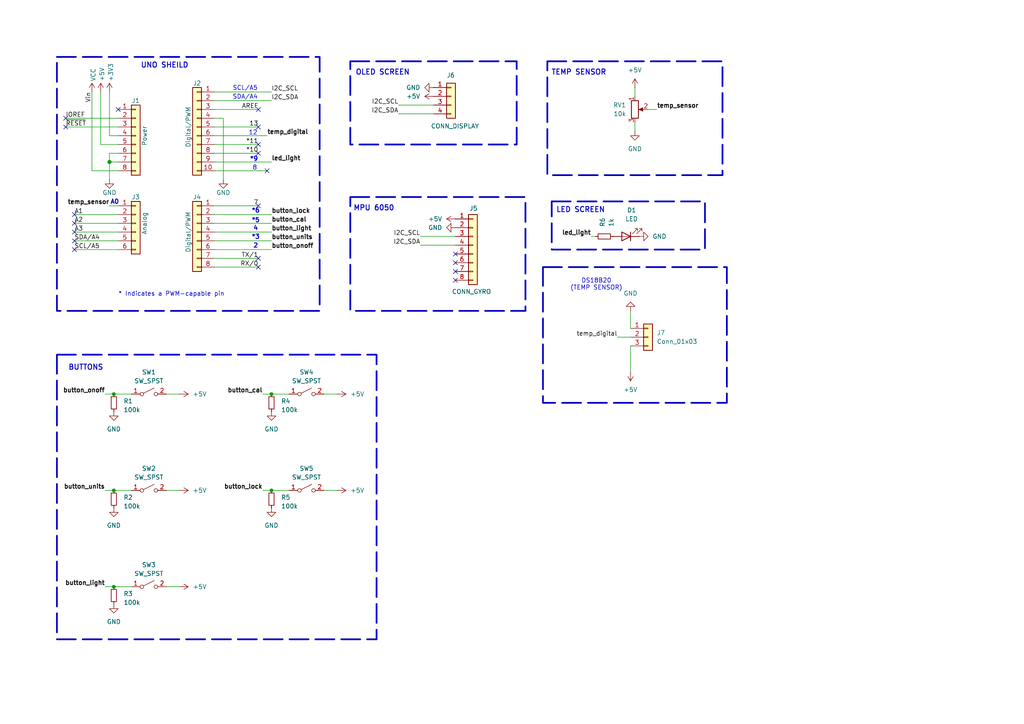
<source format=kicad_sch>
(kicad_sch (version 20231120) (generator "eeschema") (generator_version "8.0")
  (paper "A4")
  (title_block (title "Uno Sheild ThermoPro") (date "2025-01-27") (rev "1.0") (company "Jameson Stanley"))
  (lib_symbols
    (symbol "+5V_1" (power) (pin_numbers hide) (pin_names (offset 0) hide)
      (property "Value" "+5V" (at 0 3.556 0))
      (symbol "+5V_1_0_1"
        (polyline (pts (xy -0.762 1.27) (xy 0 2.54)))
        (polyline (pts (xy 0 0) (xy 0 2.54)))
        (polyline (pts (xy 0 2.54) (xy 0.762 1.27)))
      )
      (symbol "+5V_1_1_1"
        (pin power_in line (at 0 0 90) (length 0) (name "~") (number "1"))
      )
    )
    (symbol "Connector_Generic:Conn_01x03" (pin_names (offset 1.016) hide)
      (property "Reference" "J" (at 0 5.08 0))
      (property "Value" "Conn_01x03" (at 0 -5.08 0))
      (symbol "Conn_01x03_1_1"
        (rectangle (start -1.27 -2.413) (end 0 -2.667) (stroke (width 0.1524)))
        (rectangle (start -1.27 0.127) (end 0 -0.127) (stroke (width 0.1524)))
        (rectangle (start -1.27 2.667) (end 0 2.413) (stroke (width 0.1524)))
        (rectangle (start -1.27 3.81) (end 1.27 -3.81) (stroke (width 0.254)) (fill (type background)))
        (pin passive line (at -5.08 2.54 0) (length 3.81) (name "Pin_1") (number "1"))
        (pin passive line (at -5.08 0 0) (length 3.81) (name "Pin_2") (number "2"))
        (pin passive line (at -5.08 -2.54 0) (length 3.81) (name "Pin_3") (number "3"))
      )
    )
    (symbol "Connector_Generic:Conn_01x04" (pin_names (offset 1.016) hide)
      (property "Reference" "J" (at 0 5.08 0))
      (property "Value" "Conn_01x04" (at 0 -7.62 0))
      (symbol "Conn_01x04_1_1"
        (rectangle (start -1.27 -4.953) (end 0 -5.207) (stroke (width 0.1524)))
        (rectangle (start -1.27 -2.413) (end 0 -2.667) (stroke (width 0.1524)))
        (rectangle (start -1.27 0.127) (end 0 -0.127) (stroke (width 0.1524)))
        (rectangle (start -1.27 2.667) (end 0 2.413) (stroke (width 0.1524)))
        (rectangle (start -1.27 3.81) (end 1.27 -6.35) (stroke (width 0.254)) (fill (type background)))
        (pin passive line (at -5.08 2.54 0) (length 3.81) (name "Pin_1") (number "1"))
        (pin passive line (at -5.08 0 0) (length 3.81) (name "Pin_2") (number "2"))
        (pin passive line (at -5.08 -2.54 0) (length 3.81) (name "Pin_3") (number "3"))
        (pin passive line (at -5.08 -5.08 0) (length 3.81) (name "Pin_4") (number "4"))
      )
    )
    (symbol "Connector_Generic:Conn_01x06" (pin_names (offset 1.016) hide)
      (property "Reference" "J" (at 0 7.62 0))
      (property "Value" "Conn_01x06" (at 0 -10.16 0))
      (symbol "Conn_01x06_1_1"
        (rectangle (start -1.27 -7.493) (end 0 -7.747) (stroke (width 0.1524)))
        (rectangle (start -1.27 -4.953) (end 0 -5.207) (stroke (width 0.1524)))
        (rectangle (start -1.27 -2.413) (end 0 -2.667) (stroke (width 0.1524)))
        (rectangle (start -1.27 0.127) (end 0 -0.127) (stroke (width 0.1524)))
        (rectangle (start -1.27 2.667) (end 0 2.413) (stroke (width 0.1524)))
        (rectangle (start -1.27 5.207) (end 0 4.953) (stroke (width 0.1524)))
        (rectangle (start -1.27 6.35) (end 1.27 -8.89) (stroke (width 0.254)) (fill (type background)))
        (pin passive line (at -5.08 5.08 0) (length 3.81) (name "Pin_1") (number "1"))
        (pin passive line (at -5.08 2.54 0) (length 3.81) (name "Pin_2") (number "2"))
        (pin passive line (at -5.08 0 0) (length 3.81) (name "Pin_3") (number "3"))
        (pin passive line (at -5.08 -2.54 0) (length 3.81) (name "Pin_4") (number "4"))
        (pin passive line (at -5.08 -5.08 0) (length 3.81) (name "Pin_5") (number "5"))
        (pin passive line (at -5.08 -7.62 0) (length 3.81) (name "Pin_6") (number "6"))
      )
    )
    (symbol "Connector_Generic:Conn_01x08" (pin_names (offset 1.016) hide)
      (property "Reference" "J" (at 0 10.16 0))
      (property "Value" "Conn_01x08" (at 0 -12.7 0))
      (symbol "Conn_01x08_1_1"
        (rectangle (start -1.27 -10.033) (end 0 -10.287) (stroke (width 0.1524)))
        (rectangle (start -1.27 -7.493) (end 0 -7.747) (stroke (width 0.1524)))
        (rectangle (start -1.27 -4.953) (end 0 -5.207) (stroke (width 0.1524)))
        (rectangle (start -1.27 -2.413) (end 0 -2.667) (stroke (width 0.1524)))
        (rectangle (start -1.27 0.127) (end 0 -0.127) (stroke (width 0.1524)))
        (rectangle (start -1.27 2.667) (end 0 2.413) (stroke (width 0.1524)))
        (rectangle (start -1.27 5.207) (end 0 4.953) (stroke (width 0.1524)))
        (rectangle (start -1.27 7.747) (end 0 7.493) (stroke (width 0.1524)))
        (rectangle (start -1.27 8.89) (end 1.27 -11.43) (stroke (width 0.254)) (fill (type background)))
        (pin passive line (at -5.08 7.62 0) (length 3.81) (name "Pin_1") (number "1"))
        (pin passive line (at -5.08 5.08 0) (length 3.81) (name "Pin_2") (number "2"))
        (pin passive line (at -5.08 2.54 0) (length 3.81) (name "Pin_3") (number "3"))
        (pin passive line (at -5.08 0 0) (length 3.81) (name "Pin_4") (number "4"))
        (pin passive line (at -5.08 -2.54 0) (length 3.81) (name "Pin_5") (number "5"))
        (pin passive line (at -5.08 -5.08 0) (length 3.81) (name "Pin_6") (number "6"))
        (pin passive line (at -5.08 -7.62 0) (length 3.81) (name "Pin_7") (number "7"))
        (pin passive line (at -5.08 -10.16 0) (length 3.81) (name "Pin_8") (number "8"))
      )
    )
    (symbol "Connector_Generic:Conn_01x10" (pin_names (offset 1.016) hide)
      (property "Reference" "J" (at 0 12.7 0))
      (property "Value" "Conn_01x10" (at 0 -15.24 0))
      (symbol "Conn_01x10_1_1"
        (rectangle (start -1.27 -12.573) (end 0 -12.827) (stroke (width 0.1524)))
        (rectangle (start -1.27 -10.033) (end 0 -10.287) (stroke (width 0.1524)))
        (rectangle (start -1.27 -7.493) (end 0 -7.747) (stroke (width 0.1524)))
        (rectangle (start -1.27 -4.953) (end 0 -5.207) (stroke (width 0.1524)))
        (rectangle (start -1.27 -2.413) (end 0 -2.667) (stroke (width 0.1524)))
        (rectangle (start -1.27 0.127) (end 0 -0.127) (stroke (width 0.1524)))
        (rectangle (start -1.27 2.667) (end 0 2.413) (stroke (width 0.1524)))
        (rectangle (start -1.27 5.207) (end 0 4.953) (stroke (width 0.1524)))
        (rectangle (start -1.27 7.747) (end 0 7.493) (stroke (width 0.1524)))
        (rectangle (start -1.27 10.287) (end 0 10.033) (stroke (width 0.1524)))
        (rectangle (start -1.27 11.43) (end 1.27 -13.97) (stroke (width 0.254)) (fill (type background)))
        (pin passive line (at -5.08 10.16 0) (length 3.81) (name "Pin_1") (number "1"))
        (pin passive line (at -5.08 -12.7 0) (length 3.81) (name "Pin_10") (number "10"))
        (pin passive line (at -5.08 7.62 0) (length 3.81) (name "Pin_2") (number "2"))
        (pin passive line (at -5.08 5.08 0) (length 3.81) (name "Pin_3") (number "3"))
        (pin passive line (at -5.08 2.54 0) (length 3.81) (name "Pin_4") (number "4"))
        (pin passive line (at -5.08 0 0) (length 3.81) (name "Pin_5") (number "5"))
        (pin passive line (at -5.08 -2.54 0) (length 3.81) (name "Pin_6") (number "6"))
        (pin passive line (at -5.08 -5.08 0) (length 3.81) (name "Pin_7") (number "7"))
        (pin passive line (at -5.08 -7.62 0) (length 3.81) (name "Pin_8") (number "8"))
        (pin passive line (at -5.08 -10.16 0) (length 3.81) (name "Pin_9") (number "9"))
      )
    )
    (symbol "Device:LED" (pin_numbers hide) (pin_names (offset 1.016) hide)
      (property "Reference" "D" (at 0 2.54 0))
      (property "Value" "LED" (at 0 -2.54 0))
      (symbol "LED_0_1"
        (polyline (pts (xy -1.27 -1.27) (xy -1.27 1.27)) (stroke (width 0.254)))
        (polyline (pts (xy -1.27 0) (xy 1.27 0)))
        (polyline (pts (xy 1.27 -1.27) (xy 1.27 1.27) (xy -1.27 0) (xy 1.27 -1.27)) (stroke (width 0.254)))
        (polyline (pts (xy -3.048 -0.762) (xy -4.572 -2.286) (xy -3.81 -2.286) (xy -4.572 -2.286) (xy -4.572 -1.524)))
        (polyline (pts (xy -1.778 -0.762) (xy -3.302 -2.286) (xy -2.54 -2.286) (xy -3.302 -2.286) (xy -3.302 -1.524)))
      )
      (symbol "LED_1_1"
        (pin passive line (at -3.81 0 0) (length 2.54) (name "K") (number "1"))
        (pin passive line (at 3.81 0 180) (length 2.54) (name "A") (number "2"))
      )
    )
    (symbol "Device:R_Potentiometer" (pin_names (offset 1.016) hide)
      (property "Reference" "RV" (at -4.445 0 90))
      (property "Value" "R_Potentiometer" (at -2.54 0 90))
      (symbol "R_Potentiometer_0_1"
        (polyline (pts (xy 2.54 0) (xy 1.524 0)))
        (polyline (pts (xy 1.143 0) (xy 2.286 0.508) (xy 2.286 -0.508) (xy 1.143 0)) (fill (type outline)))
        (rectangle (start 1.016 2.54) (end -1.016 -2.54) (stroke (width 0.254)))
      )
      (symbol "R_Potentiometer_1_1"
        (pin passive line (at 0 3.81 270) (length 1.27) (name "1") (number "1"))
        (pin passive line (at 3.81 0 180) (length 1.27) (name "2") (number "2"))
        (pin passive line (at 0 -3.81 90) (length 1.27) (name "3") (number "3"))
      )
    )
    (symbol "Device:R_Small" (pin_numbers hide) (pin_names (offset 0.254) hide)
      (property "Reference" "R" (at 0.762 0.508 0))
      (property "Value" "R_Small" (at 0.762 -1.016 0))
      (symbol "R_Small_0_1"
        (rectangle (start -0.762 1.778) (end 0.762 -1.778) (stroke (width 0.2032)))
      )
      (symbol "R_Small_1_1"
        (pin passive line (at 0 2.54 270) (length 0.762) (name "~") (number "1"))
        (pin passive line (at 0 -2.54 90) (length 0.762) (name "~") (number "2"))
      )
    )
    (symbol "GND_1" (power) (pin_numbers hide) (pin_names (offset 0) hide)
      (property "Value" "GND" (at 0 -3.81 0))
      (symbol "GND_1_0_1"
        (polyline (pts (xy 0 0) (xy 0 -1.27) (xy 1.27 -1.27) (xy 0 -2.54) (xy -1.27 -1.27) (xy 0 -1.27)))
      )
      (symbol "GND_1_1_1"
        (pin power_in line (at 0 0 270) (length 0) (name "~") (number "1"))
      )
    )
    (symbol "GND_2" (power) (pin_numbers hide) (pin_names (offset 0) hide)
      (property "Value" "GND" (at 0 -3.81 0))
      (symbol "GND_2_0_1"
        (polyline (pts (xy 0 0) (xy 0 -1.27) (xy 1.27 -1.27) (xy 0 -2.54) (xy -1.27 -1.27) (xy 0 -1.27)))
      )
      (symbol "GND_2_1_1"
        (pin power_in line (at 0 0 270) (length 0) (name "~") (number "1"))
      )
    )
    (symbol "Switch:SW_SPST" (pin_names (offset 0) hide)
      (property "Reference" "SW" (at 0 3.175 0))
      (property "Value" "SW_SPST" (at 0 -2.54 0))
      (symbol "SW_SPST_0_0"
        (circle (center -2.032 0) (radius 0.508))
        (polyline (pts (xy -1.524 0.254) (xy 1.524 1.778)))
        (circle (center 2.032 0) (radius 0.508))
      )
      (symbol "SW_SPST_1_1"
        (pin passive line (at -5.08 0 0) (length 2.54) (name "A") (number "1"))
        (pin passive line (at 5.08 0 180) (length 2.54) (name "B") (number "2"))
      )
    )
    (symbol "power:+3V3" (power) (pin_names (offset 0))
      (property "Value" "+3V3" (at 0 3.556 0))
      (symbol "+3V3_0_1"
        (polyline (pts (xy -0.762 1.27) (xy 0 2.54)))
        (polyline (pts (xy 0 0) (xy 0 2.54)))
        (polyline (pts (xy 0 2.54) (xy 0.762 1.27)))
      )
      (symbol "+3V3_1_1"
        (pin power_in line (at 0 0 90) (length 0) hide (name "+3V3") (number "1"))
      )
    )
    (symbol "power:+5V" (power) (pin_names (offset 0))
      (property "Value" "+5V" (at 0 3.556 0))
      (symbol "+5V_0_1"
        (polyline (pts (xy -0.762 1.27) (xy 0 2.54)))
        (polyline (pts (xy 0 0) (xy 0 2.54)))
        (polyline (pts (xy 0 2.54) (xy 0.762 1.27)))
      )
      (symbol "+5V_1_1"
        (pin power_in line (at 0 0 90) (length 0) hide (name "+5V") (number "1"))
      )
    )
    (symbol "power:GND" (power) (pin_names (offset 0))
      (property "Value" "GND" (at 0 -3.81 0))
      (symbol "GND_0_1"
        (polyline (pts (xy 0 0) (xy 0 -1.27) (xy 1.27 -1.27) (xy 0 -2.54) (xy -1.27 -1.27) (xy 0 -1.27)))
      )
      (symbol "GND_1_1"
        (pin power_in line (at 0 0 270) (length 0) hide (name "GND") (number "1"))
      )
    )
    (symbol "power:VCC" (power) (pin_names (offset 0))
      (property "Value" "VCC" (at 0 3.81 0))
      (symbol "VCC_0_1"
        (polyline (pts (xy -0.762 1.27) (xy 0 2.54)))
        (polyline (pts (xy 0 0) (xy 0 2.54)))
        (polyline (pts (xy 0 2.54) (xy 0.762 1.27)))
      )
      (symbol "VCC_1_1"
        (pin power_in line (at 0 0 90) (length 0) hide (name "VCC") (number "1"))
      )
    )
  )
  (junction (at 78.74 114.3))
  (junction (at 31.75 46.99) (diameter 1.016))
  (junction (at 33.02 170.18))
  (junction (at 33.02 114.3))
  (junction (at 78.74 142.24))
  (junction (at 33.02 142.24))
  (no_connect (at 21.59 72.39))
  (no_connect (at 132.08 81.28))
  (no_connect (at 21.59 64.77))
  (no_connect (at 19.05 34.29))
  (no_connect (at 74.93 44.45))
  (no_connect (at 132.08 73.66))
  (no_connect (at 74.93 41.91))
  (no_connect (at 74.93 59.69))
  (no_connect (at 132.08 78.74))
  (no_connect (at 74.93 36.83))
  (no_connect (at 74.93 74.93))
  (no_connect (at 74.93 31.75))
  (no_connect (at 77.47 49.53))
  (no_connect (at 21.59 62.23))
  (no_connect (at 19.05 36.83))
  (no_connect (at 74.93 77.47))
  (no_connect (at 21.59 67.31))
  (no_connect (at 34.29 31.75))
  (no_connect (at 21.59 69.85))
  (no_connect (at 132.08 76.2))
  (wire (pts (xy 62.23 77.47) (xy 74.93 77.47)))
  (wire (pts (xy 52.07 170.18) (xy 48.26 170.18)))
  (wire (pts (xy 62.23 44.45) (xy 74.93 44.45)))
  (wire (pts (xy 121.92 71.12) (xy 132.08 71.12)))
  (wire (pts (xy 62.23 26.67) (xy 78.74 26.67)))
  (wire (pts (xy 31.75 44.45) (xy 31.75 46.99)))
  (wire (pts (xy 21.59 72.39) (xy 34.29 72.39)))
  (wire (pts (xy 33.02 114.3) (xy 30.48 114.3)))
  (wire (pts (xy 184.15 38.1) (xy 184.15 35.56)))
  (wire (pts (xy 31.75 46.99) (xy 31.75 52.07)))
  (wire (pts (xy 31.75 39.37) (xy 34.29 39.37)))
  (wire (pts (xy 182.88 107.95) (xy 182.88 100.33)))
  (wire (pts (xy 29.21 41.91) (xy 34.29 41.91)))
  (wire (pts (xy 29.21 26.67) (xy 29.21 41.91)))
  (wire (pts (xy 62.23 36.83) (xy 74.93 36.83)))
  (wire (pts (xy 31.75 26.67) (xy 31.75 39.37)))
  (wire (pts (xy 62.23 59.69) (xy 74.93 59.69)))
  (wire (pts (xy 34.29 59.69) (xy 31.75 59.69)))
  (wire (pts (xy 182.88 90.17) (xy 182.88 95.25)))
  (wire (pts (xy 62.23 39.37) (xy 77.47 39.37)))
  (wire (pts (xy 121.92 68.58) (xy 132.08 68.58)))
  (wire (pts (xy 62.23 62.23) (xy 78.74 62.23)))
  (wire (pts (xy 184.15 25.4) (xy 184.15 27.94)))
  (wire (pts (xy 62.23 46.99) (xy 78.74 46.99)))
  (wire (pts (xy 179.07 97.79) (xy 182.88 97.79)))
  (wire (pts (xy 62.23 67.31) (xy 78.74 67.31)))
  (wire (pts (xy 83.82 142.24) (xy 78.74 142.24)))
  (wire (pts (xy 115.57 30.48) (xy 125.73 30.48)))
  (wire (pts (xy 19.05 34.29) (xy 34.29 34.29)))
  (wire (pts (xy 97.79 142.24) (xy 93.98 142.24)))
  (wire (pts (xy 78.74 142.24) (xy 76.2 142.24)))
  (wire (pts (xy 64.77 34.29) (xy 64.77 52.07)))
  (wire (pts (xy 171.45 68.58) (xy 172.72 68.58)))
  (wire (pts (xy 38.1 114.3) (xy 33.02 114.3)))
  (wire (pts (xy 62.23 31.75) (xy 74.93 31.75)))
  (wire (pts (xy 38.1 170.18) (xy 33.02 170.18)))
  (wire (pts (xy 34.29 64.77) (xy 21.59 64.77)))
  (wire (pts (xy 19.05 36.83) (xy 34.29 36.83)))
  (wire (pts (xy 115.57 33.02) (xy 125.73 33.02)))
  (wire (pts (xy 34.29 46.99) (xy 31.75 46.99)))
  (wire (pts (xy 34.29 49.53) (xy 26.67 49.53)))
  (wire (pts (xy 52.07 142.24) (xy 48.26 142.24)))
  (wire (pts (xy 21.59 62.23) (xy 34.29 62.23)))
  (wire (pts (xy 62.23 34.29) (xy 64.77 34.29)))
  (wire (pts (xy 34.29 44.45) (xy 31.75 44.45)))
  (wire (pts (xy 62.23 41.91) (xy 74.93 41.91)))
  (wire (pts (xy 78.74 114.3) (xy 76.2 114.3)))
  (wire (pts (xy 62.23 64.77) (xy 78.74 64.77)))
  (wire (pts (xy 21.59 67.31) (xy 34.29 67.31)))
  (wire (pts (xy 33.02 170.18) (xy 30.48 170.18)))
  (wire (pts (xy 97.79 114.3) (xy 93.98 114.3)))
  (wire (pts (xy 52.07 114.3) (xy 48.26 114.3)))
  (wire (pts (xy 62.23 29.21) (xy 78.74 29.21)))
  (wire (pts (xy 62.23 72.39) (xy 78.74 72.39)))
  (wire (pts (xy 62.23 69.85) (xy 78.74 69.85)))
  (wire (pts (xy 83.82 114.3) (xy 78.74 114.3)))
  (wire (pts (xy 38.1 142.24) (xy 33.02 142.24)))
  (wire (pts (xy 33.02 142.24) (xy 30.48 142.24)))
  (wire (pts (xy 62.23 74.93) (xy 74.93 74.93)))
  (wire (pts (xy 26.67 49.53) (xy 26.67 26.67)))
  (wire (pts (xy 190.5 31.75) (xy 187.96 31.75)))
  (wire (pts (xy 34.29 69.85) (xy 21.59 69.85)))
  (wire (pts (xy 62.23 49.53) (xy 77.47 49.53)))
  (rectangle (start 101.6 57.15) (end 152.4 90.17) (stroke (width 0.5) (type dash)))
  (rectangle (start 16.51 16.51) (end 92.71 90.17) (stroke (width 0.5) (type dash)))
  (rectangle (start 160.02 58.42) (end 204.47 72.39) (stroke (width 0.5) (type dash)))
  (rectangle (start 158.75 17.78) (end 209.55 50.8) (stroke (width 0.5) (type dash)))
  (rectangle (start 16.51 102.87) (end 109.22 185.42) (stroke (width 0.5) (type dash)))
  (rectangle (start 157.48 77.47) (end 210.82 116.84) (stroke (width 0.5) (type dash)))
  (rectangle (start 101.6 17.78) (end 149.86 41.91) (stroke (width 0.5) (type dash)))
  (text "DS18B20\n(TEMP SENSOR)\n" (at 172.974 82.55 0) (effects (font (size 1.27 1.27))))
  (text "2\n" (at 74.168 71.374 0) (effects (font (size 1.27 1.27) (thickness 0.254) (bold yes))))
  (text "MPU 6050" (at 108.458 60.452 0) (effects (font (size 1.5 1.5) (thickness 0.254) (bold yes))))
  (text "OLED SCREEN" (at 110.998 21.082 0) (effects (font (size 1.5 1.5) (thickness 0.254) (bold yes))))
  (text "SDA/A4" (at 71.12 28.194 0) (effects (font (size 1.27 1.27))))
  (text "BUTTONS" (at 24.892 106.68 0) (effects (font (size 1.5 1.5) (thickness 0.254) (bold yes))))
  (text "*6" (at 74.168 61.214 0) (effects (font (size 1.27 1.27) (thickness 0.254) (bold yes))))
  (text "TEMP SENSOR" (at 167.894 21.082 0) (effects (font (size 1.5 1.5) (thickness 0.254) (bold yes))))
  (text "4" (at 74.168 66.294 0) (effects (font (size 1.27 1.27) (thickness 0.254) (bold yes))))
  (text "*9" (at 73.66 46.228 0) (effects (font (size 1.27 1.27) (thickness 0.254) (bold yes))))
  (text "12\n" (at 73.406 38.608 0) (effects (font (size 1.27 1.27))))
  (text "SCL/A5" (at 71.12 25.654 0) (effects (font (size 1.27 1.27))))
  (text "8\n" (at 73.914 48.768 0) (effects (font (size 1.27 1.27))))
  (text "LED SCREEN" (at 168.402 60.96 0) (effects (font (size 1.5 1.5) (thickness 0.254) (bold yes))))
  (text "* Indicates a PWM-capable pin" (at 34.29 86.106 0) (effects (font (size 1.27 1.27)) (justify left bottom)))
  (text "A0" (at 33.274 58.674 0) (effects (font (size 1.27 1.27) (thickness 0.254) (bold yes))))
  (text "*5" (at 74.168 64.008 0) (effects (font (size 1.27 1.27) (thickness 0.254) (bold yes))))
  (text "UNO SHEILD" (at 47.752 19.05 0) (effects (font (size 1.5 1.5) (thickness 0.254) (bold yes))))
  (text "*3" (at 74.168 68.834 0) (effects (font (size 1.27 1.27) (thickness 0.254) (bold yes))))
  (label "RX{slash}0" (at 74.93 77.47 180))
  (label "button_cal" (at 78.74 64.77 0) (effects (font (thickness 0.254) (bold yes))))
  (label "A2" (at 21.59 64.77 0))
  (label "button_onoff" (at 78.74 72.39 0) (effects (font (thickness 0.254) (bold yes))))
  (label "temp_sensor" (at 31.75 59.69 180) (effects (font (thickness 0.254) (bold yes))))
  (label "I2C_SDA" (at 115.57 33.02 180))
  (label "A3" (at 21.59 67.31 0))
  (label "temp_digital" (at 179.07 97.79 180))
  (label "13" (at 74.93 36.83 180))
  (label "led_light" (at 171.45 68.58 180) (effects (font (thickness 0.254) (bold yes))))
  (label "~{RESET}" (at 19.05 36.83 0))
  (label "I2C_SCL" (at 121.92 68.58 180))
  (label "led_light" (at 78.74 46.99 0) (effects (font (thickness 0.254) (bold yes))))
  (label "*10" (at 74.93 44.45 180))
  (label "button_light" (at 30.48 170.18 180) (effects (font (thickness 0.254) (bold yes))))
  (label "temp_sensor" (at 190.5 31.75 0) (effects (font (thickness 0.254) (bold yes))))
  (label "button_lock" (at 78.74 62.23 0) (effects (font (thickness 0.254) (bold yes))))
  (label "button_units" (at 78.74 69.85 0) (effects (font (thickness 0.254) (bold yes))))
  (label "7" (at 74.93 59.69 180))
  (label "button_lock" (at 76.2 142.24 180) (effects (font (thickness 0.254) (bold yes))))
  (label "button_units" (at 30.48 142.24 180) (effects (font (thickness 0.254) (bold yes))))
  (label "*11" (at 74.93 41.91 180))
  (label "button_light" (at 78.74 67.31 0) (effects (font (thickness 0.254) (bold yes))))
  (label "A1" (at 21.59 62.23 0))
  (label "TX{slash}1" (at 74.93 74.93 180))
  (label "I2C_SCL" (at 115.57 30.48 180))
  (label "AREF" (at 74.93 31.75 180))
  (label "Vin" (at 26.67 26.67 270))
  (label "I2C_SCL" (at 78.74 26.67 0))
  (label "IOREF" (at 19.05 34.29 0))
  (label "I2C_SDA" (at 121.92 71.12 180))
  (label "SDA{slash}A4" (at 21.59 69.85 0))
  (label "SCL{slash}A5" (at 21.59 72.39 0))
  (label "button_cal" (at 76.2 114.3 180) (effects (font (thickness 0.254) (bold yes))))
  (label "button_onoff" (at 30.48 114.3 180) (effects (font (thickness 0.254) (bold yes))))
  (label "I2C_SDA" (at 78.74 29.21 0))
  (label "temp_digital" (at 77.47 39.37 0) (effects (font (thickness 0.254) (bold yes))))
  (symbol (lib_id "Connector_Generic:Conn_01x08") (at 39.37 39.37 0) (unit 1)
    (property "Reference" "J1" (at 39.37 29.21 0))
    (property "Value" "Power" (at 41.91 39.37 90))
    (property "Footprint" "Connector_PinSocket_2.54mm:PinSocket_1x08_P2.54mm_Vertical" (effects (hide yes)))
  )
  (symbol (lib_id "power:+3V3") (at 31.75 26.67 0) (unit 1)
    (property "Reference" "#PWR03" (effects (hide yes)))
    (property "Value" "+3V3" (at 32.131 23.622 90) (effects (justify left)))
  )
  (symbol (lib_id "power:+5V") (at 29.21 26.67 0) (unit 1)
    (property "Reference" "#PWR02" (effects (hide yes)))
    (property "Value" "+5V" (at 29.5656 23.622 90) (effects (justify left)))
  )
  (symbol (lib_id "power:GND") (at 31.75 52.07 0) (unit 1)
    (property "Reference" "#PWR04" (effects (hide yes)))
    (property "Value" "GND" (at 31.75 55.88 0))
  )
  (symbol (lib_id "Connector_Generic:Conn_01x10") (at 57.15 36.83 0) (mirror y) (unit 1)
    (property "Reference" "J2" (at 57.15 24.13 0))
    (property "Value" "Digital/PWM" (at 54.61 36.83 90))
    (property "Footprint" "Connector_PinSocket_2.54mm:PinSocket_1x10_P2.54mm_Vertical" (effects (hide yes)))
  )
  (symbol (lib_id "power:GND") (at 64.77 52.07 0) (unit 1)
    (property "Reference" "#PWR05" (effects (hide yes)))
    (property "Value" "GND" (at 64.77 55.88 0))
  )
  (symbol (lib_id "Connector_Generic:Conn_01x06") (at 39.37 64.77 0) (unit 1)
    (property "Reference" "J3" (at 39.37 57.15 0))
    (property "Value" "Analog" (at 41.91 64.77 90))
    (property "Footprint" "Connector_PinSocket_2.54mm:PinSocket_1x06_P2.54mm_Vertical" (effects (hide yes)))
  )
  (symbol (lib_id "Connector_Generic:Conn_01x08") (at 57.15 67.31 0) (mirror y) (unit 1)
    (property "Reference" "J4" (at 57.15 57.15 0))
    (property "Value" "Digital/PWM" (at 54.61 67.31 90))
    (property "Footprint" "Connector_PinSocket_2.54mm:PinSocket_1x08_P2.54mm_Vertical" (effects (hide yes)))
  )
  (symbol (lib_name "+5V_1") (lib_id "power:+5V") (at 97.79 142.24 270) (unit 1)
    (property "Reference" "#PWR019" (effects (hide yes)))
    (property "Value" "+5V" (at 101.6 142.2399 90) (effects (justify left)))
    (property "Description" "Power symbol creates a global label with name \"+5V\"" (effects (hide yes)))
  )
  (symbol (lib_id "Device:R_Small") (at 33.02 116.84 0) (unit 1)
    (property "Reference" "R1" (at 35.814 116.332 0) (effects (justify left)))
    (property "Value" "100k" (at 35.814 118.872 0) (effects (justify left)))
    (property "Footprint" "Resistor_THT:R_Axial_DIN0411_L9.9mm_D3.6mm_P15.24mm_Horizontal" (effects (hide yes)))
    (property "Description" "Resistor, small symbol" (effects (hide yes)))
  )
  (symbol (lib_id "Device:R_Potentiometer") (at 184.15 31.75 0) (unit 1)
    (property "Reference" "RV1" (at 181.61 30.4799 0) (effects (justify right)))
    (property "Value" "10k" (at 181.61 33.0199 0) (effects (justify right)))
    (property "Footprint" "Potentiometer_THT:Potentiometer_Bourns_3386P_Vertical" (effects (hide yes)))
    (property "Description" "Potentiometer" (effects (hide yes)))
  )
  (symbol (lib_id "Device:LED") (at 181.61 68.58 180) (unit 1)
    (property "Reference" "D1" (at 183.1975 60.96 0))
    (property "Value" "LED" (at 183.1975 63.5 0))
    (property "Footprint" "LED_THT:LED_D5.0mm" (effects (hide yes)))
    (property "Description" "Light emitting diode" (effects (hide yes)))
  )
  (symbol (lib_name "GND_1") (lib_id "power:GND") (at 78.74 147.32 0) (unit 1)
    (property "Reference" "#PWR018" (effects (hide yes)))
    (property "Value" "GND" (at 78.74 152.4 0))
    (property "Description" "Power symbol creates a global label with name \"GND\" , ground" (effects (hide yes)))
  )
  (symbol (lib_name "+5V_1") (lib_id "power:+5V") (at 52.07 142.24 270) (unit 1)
    (property "Reference" "#PWR013" (effects (hide yes)))
    (property "Value" "+5V" (at 55.88 142.2399 90) (effects (justify left)))
    (property "Description" "Power symbol creates a global label with name \"+5V\"" (effects (hide yes)))
  )
  (symbol (lib_id "Switch:SW_SPST") (at 43.18 142.24 0) (unit 1)
    (property "Reference" "SW2" (at 43.18 135.89 0))
    (property "Value" "SW_SPST" (at 43.18 138.43 0))
    (property "Footprint" "Button_Switch_THT:SW_PUSH_6mm" (effects (hide yes)))
    (property "Description" "Single Pole Single Throw (SPST) switch" (effects (hide yes)))
  )
  (symbol (lib_name "+5V_1") (lib_id "power:+5V") (at 97.79 114.3 270) (unit 1)
    (property "Reference" "#PWR017" (effects (hide yes)))
    (property "Value" "+5V" (at 101.6 114.2999 90) (effects (justify left)))
    (property "Description" "Power symbol creates a global label with name \"+5V\"" (effects (hide yes)))
  )
  (symbol (lib_id "Connector_Generic:Conn_01x08") (at 137.16 71.12 0) (unit 1)
    (property "Reference" "J5" (at 136.144 60.452 0) (effects (justify left)))
    (property "Value" "CONN_GYRO" (at 131.064 84.582 0) (effects (justify left)))
    (property "Footprint" "Connector_PinSocket_2.54mm:PinSocket_1x08_P2.54mm_Vertical" (effects (hide yes)))
    (property "Description" "Generic connector, single row, 01x08, script generated (kicad-library-utils/schlib/autogen/connector/)" (effects (hide yes)))
  )
  (symbol (lib_id "Device:R_Small") (at 175.26 68.58 90) (unit 1)
    (property "Reference" "R6" (at 174.752 65.786 0) (effects (justify left)))
    (property "Value" "1k" (at 177.292 65.786 0) (effects (justify left)))
    (property "Footprint" "Resistor_THT:R_Axial_DIN0411_L9.9mm_D3.6mm_P15.24mm_Horizontal" (effects (hide yes)))
    (property "Description" "Resistor, small symbol" (effects (hide yes)))
  )
  (symbol (lib_id "power:VCC") (at 26.67 26.67 0) (unit 1)
    (property "Reference" "#PWR01" (effects (hide yes)))
    (property "Value" "VCC" (at 27.051 23.622 90) (effects (justify left)))
  )
  (symbol (lib_name "GND_1") (lib_id "power:GND") (at 182.88 90.17 180) (unit 1)
    (property "Reference" "#PWR024" (effects (hide yes)))
    (property "Value" "GND" (at 182.88 85.09 0))
    (property "Description" "Power symbol creates a global label with name \"GND\" , ground" (effects (hide yes)))
  )
  (symbol (lib_name "+5V_1") (lib_id "power:+5V") (at 52.07 114.3 270) (unit 1)
    (property "Reference" "#PWR011" (effects (hide yes)))
    (property "Value" "+5V" (at 55.88 114.2999 90) (effects (justify left)))
    (property "Description" "Power symbol creates a global label with name \"+5V\"" (effects (hide yes)))
  )
  (symbol (lib_id "Switch:SW_SPST") (at 43.18 114.3 0) (unit 1)
    (property "Reference" "SW1" (at 43.18 107.95 0))
    (property "Value" "SW_SPST" (at 43.18 110.49 0))
    (property "Footprint" "Button_Switch_THT:SW_PUSH_6mm" (effects (hide yes)))
    (property "Description" "Single Pole Single Throw (SPST) switch" (effects (hide yes)))
  )
  (symbol (lib_id "Device:R_Small") (at 33.02 172.72 0) (unit 1)
    (property "Reference" "R3" (at 35.814 172.212 0) (effects (justify left)))
    (property "Value" "100k" (at 35.814 174.752 0) (effects (justify left)))
    (property "Footprint" "Resistor_THT:R_Axial_DIN0411_L9.9mm_D3.6mm_P15.24mm_Horizontal" (effects (hide yes)))
    (property "Description" "Resistor, small symbol" (effects (hide yes)))
  )
  (symbol (lib_name "GND_1") (lib_id "power:GND") (at 132.08 66.04 270) (unit 1)
    (property "Reference" "#PWR06" (effects (hide yes)))
    (property "Value" "GND" (at 128.27 66.0399 90) (effects (justify right)))
    (property "Description" "Power symbol creates a global label with name \"GND\" , ground" (effects (hide yes)))
  )
  (symbol (lib_id "Switch:SW_SPST") (at 43.18 170.18 0) (unit 1)
    (property "Reference" "SW3" (at 43.18 163.83 0))
    (property "Value" "SW_SPST" (at 43.18 166.37 0))
    (property "Footprint" "Button_Switch_THT:SW_PUSH_6mm" (effects (hide yes)))
    (property "Description" "Single Pole Single Throw (SPST) switch" (effects (hide yes)))
  )
  (symbol (lib_id "Device:R_Small") (at 78.74 144.78 0) (unit 1)
    (property "Reference" "R5" (at 81.534 144.272 0) (effects (justify left)))
    (property "Value" "100k" (at 81.534 146.812 0) (effects (justify left)))
    (property "Footprint" "Resistor_THT:R_Axial_DIN0411_L9.9mm_D3.6mm_P15.24mm_Horizontal" (effects (hide yes)))
    (property "Description" "Resistor, small symbol" (effects (hide yes)))
  )
  (symbol (lib_name "GND_2") (lib_id "power:GND") (at 185.42 68.58 90) (unit 1)
    (property "Reference" "#PWR020" (effects (hide yes)))
    (property "Value" "GND" (at 189.23 68.5799 90) (effects (justify right)))
    (property "Description" "Power symbol creates a global label with name \"GND\" , ground" (effects (hide yes)))
  )
  (symbol (lib_id "Device:R_Small") (at 33.02 144.78 0) (unit 1)
    (property "Reference" "R2" (at 35.814 144.272 0) (effects (justify left)))
    (property "Value" "100k" (at 35.814 146.812 0) (effects (justify left)))
    (property "Footprint" "Resistor_THT:R_Axial_DIN0411_L9.9mm_D3.6mm_P15.24mm_Horizontal" (effects (hide yes)))
    (property "Description" "Resistor, small symbol" (effects (hide yes)))
  )
  (symbol (lib_id "Connector_Generic:Conn_01x03") (at 187.96 97.79 0) (unit 1)
    (property "Reference" "J7" (at 190.5 96.5199 0) (effects (justify left)))
    (property "Value" "Conn_01x03" (at 190.5 99.0599 0) (effects (justify left)))
    (property "Footprint" "Connector_JST:JST_XH_B3B-XH-A_1x03_P2.50mm_Vertical" (effects (hide yes)))
    (property "Description" "Generic connector, single row, 01x03, script generated (kicad-library-utils/schlib/autogen/connector/)" (effects (hide yes)))
  )
  (symbol (lib_name "GND_1") (lib_id "power:GND") (at 184.15 38.1 0) (unit 1)
    (property "Reference" "#PWR022" (effects (hide yes)))
    (property "Value" "GND" (at 184.15 43.18 0))
    (property "Description" "Power symbol creates a global label with name \"GND\" , ground" (effects (hide yes)))
  )
  (symbol (lib_id "Switch:SW_SPST") (at 88.9 142.24 0) (unit 1)
    (property "Reference" "SW5" (at 88.9 135.89 0))
    (property "Value" "SW_SPST" (at 88.9 138.43 0))
    (property "Footprint" "Button_Switch_THT:SW_PUSH_6mm" (effects (hide yes)))
    (property "Description" "Single Pole Single Throw (SPST) switch" (effects (hide yes)))
  )
  (symbol (lib_id "Connector_Generic:Conn_01x04") (at 130.81 27.94 0) (unit 1)
    (property "Reference" "J6" (at 129.54 21.844 0) (effects (justify left)))
    (property "Value" "CONN_DISPLAY" (at 124.968 36.576 0) (effects (justify left)))
    (property "Footprint" "Connector_PinSocket_2.54mm:PinSocket_1x04_P2.54mm_Vertical" (effects (hide yes)))
    (property "Description" "Generic connector, single row, 01x04, script generated (kicad-library-utils/schlib/autogen/connector/)" (effects (hide yes)))
  )
  (symbol (lib_name "GND_1") (lib_id "power:GND") (at 33.02 119.38 0) (unit 1)
    (property "Reference" "#PWR07" (effects (hide yes)))
    (property "Value" "GND" (at 33.02 124.46 0))
    (property "Description" "Power symbol creates a global label with name \"GND\" , ground" (effects (hide yes)))
  )
  (symbol (lib_name "GND_1") (lib_id "power:GND") (at 33.02 147.32 0) (unit 1)
    (property "Reference" "#PWR012" (effects (hide yes)))
    (property "Value" "GND" (at 33.02 152.4 0))
    (property "Description" "Power symbol creates a global label with name \"GND\" , ground" (effects (hide yes)))
  )
  (symbol (lib_name "+5V_1") (lib_id "power:+5V") (at 184.15 25.4 0) (unit 1)
    (property "Reference" "#PWR021" (effects (hide yes)))
    (property "Value" "+5V" (at 184.15 20.32 0))
    (property "Description" "Power symbol creates a global label with name \"+5V\"" (effects (hide yes)))
  )
  (symbol (lib_name "+5V_1") (lib_id "power:+5V") (at 125.73 27.94 90) (unit 1)
    (property "Reference" "#PWR09" (effects (hide yes)))
    (property "Value" "+5V" (at 121.92 27.9399 90) (effects (justify left)))
    (property "Description" "Power symbol creates a global label with name \"+5V\"" (effects (hide yes)))
  )
  (symbol (lib_id "Device:R_Small") (at 78.74 116.84 0) (unit 1)
    (property "Reference" "R4" (at 81.534 116.332 0) (effects (justify left)))
    (property "Value" "100k" (at 81.534 118.872 0) (effects (justify left)))
    (property "Footprint" "Resistor_THT:R_Axial_DIN0411_L9.9mm_D3.6mm_P15.24mm_Horizontal" (effects (hide yes)))
    (property "Description" "Resistor, small symbol" (effects (hide yes)))
  )
  (symbol (lib_id "Switch:SW_SPST") (at 88.9 114.3 0) (unit 1)
    (property "Reference" "SW4" (at 88.9 107.95 0))
    (property "Value" "SW_SPST" (at 88.9 110.49 0))
    (property "Footprint" "Button_Switch_THT:SW_PUSH_6mm" (effects (hide yes)))
    (property "Description" "Single Pole Single Throw (SPST) switch" (effects (hide yes)))
  )
  (symbol (lib_name "+5V_1") (lib_id "power:+5V") (at 52.07 170.18 270) (unit 1)
    (property "Reference" "#PWR015" (effects (hide yes)))
    (property "Value" "+5V" (at 55.88 170.1799 90) (effects (justify left)))
    (property "Description" "Power symbol creates a global label with name \"+5V\"" (effects (hide yes)))
  )
  (symbol (lib_name "+5V_1") (lib_id "power:+5V") (at 132.08 63.5 90) (unit 1)
    (property "Reference" "#PWR010" (effects (hide yes)))
    (property "Value" "+5V" (at 128.27 63.4999 90) (effects (justify left)))
    (property "Description" "Power symbol creates a global label with name \"+5V\"" (effects (hide yes)))
  )
  (symbol (lib_name "+5V_1") (lib_id "power:+5V") (at 182.88 107.95 180) (unit 1)
    (property "Reference" "#PWR023" (effects (hide yes)))
    (property "Value" "+5V" (at 182.88 113.03 0))
    (property "Description" "Power symbol creates a global label with name \"+5V\"" (effects (hide yes)))
  )
  (symbol (lib_name "GND_1") (lib_id "power:GND") (at 33.02 175.26 0) (unit 1)
    (property "Reference" "#PWR014" (effects (hide yes)))
    (property "Value" "GND" (at 33.02 180.34 0))
    (property "Description" "Power symbol creates a global label with name \"GND\" , ground" (effects (hide yes)))
  )
  (symbol (lib_name "GND_1") (lib_id "power:GND") (at 125.73 25.4 270) (unit 1)
    (property "Reference" "#PWR08" (effects (hide yes)))
    (property "Value" "GND" (at 121.92 25.3999 90) (effects (justify right)))
    (property "Description" "Power symbol creates a global label with name \"GND\" , ground" (effects (hide yes)))
  )
  (symbol (lib_name "GND_1") (lib_id "power:GND") (at 78.74 119.38 0) (unit 1)
    (property "Reference" "#PWR016" (effects (hide yes)))
    (property "Value" "GND" (at 78.74 124.46 0))
    (property "Description" "Power symbol creates a global label with name \"GND\" , ground" (effects (hide yes)))
  )
)
</source>
